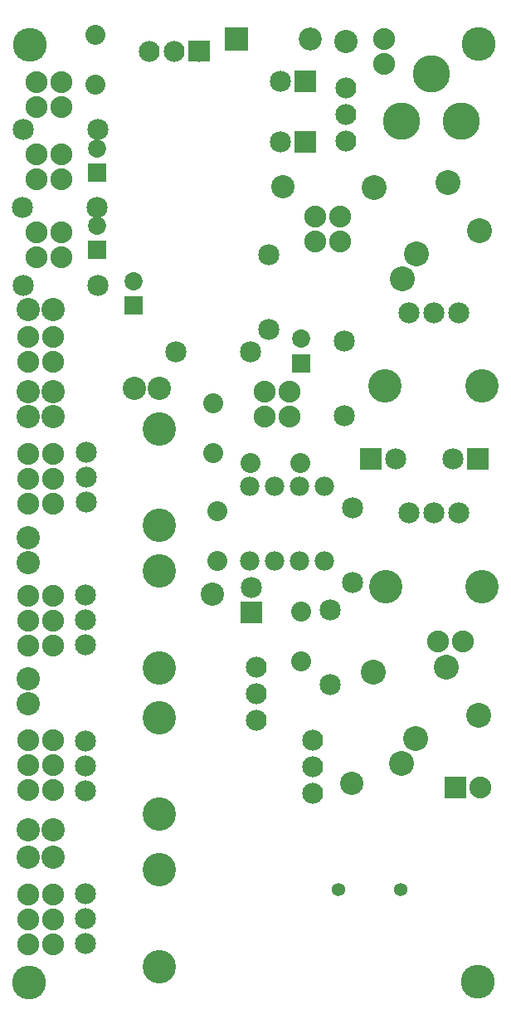
<source format=gbs>
G04 MADE WITH FRITZING*
G04 WWW.FRITZING.ORG*
G04 DOUBLE SIDED*
G04 HOLES PLATED*
G04 CONTOUR ON CENTER OF CONTOUR VECTOR*
%ASAXBY*%
%FSLAX23Y23*%
%MOIN*%
%OFA0B0*%
%SFA1.0B1.0*%
%ADD10C,0.053622*%
%ADD11C,0.078000*%
%ADD12C,0.088000*%
%ADD13C,0.080000*%
%ADD14C,0.085000*%
%ADD15C,0.084000*%
%ADD16C,0.092000*%
%ADD17C,0.150000*%
%ADD18C,0.135984*%
%ADD19C,0.093307*%
%ADD20C,0.072992*%
%ADD21C,0.084667*%
%ADD22C,0.084695*%
%ADD23C,0.134033*%
%ADD24C,0.100020*%
%ADD25R,0.088000X0.088000*%
%ADD26R,0.085000X0.085000*%
%ADD27R,0.092000X0.092000*%
%ADD28R,0.072992X0.072992*%
%ADD29R,0.001000X0.001000*%
%LNMASK0*%
G90*
G70*
G54D10*
X1320Y455D03*
X1570Y455D03*
G54D11*
X1261Y2075D03*
X1161Y2075D03*
X1061Y2075D03*
X961Y2075D03*
X961Y1775D03*
X1061Y1775D03*
X1161Y1775D03*
X1261Y1775D03*
G54D12*
X1789Y863D03*
X1889Y863D03*
G54D13*
X814Y2409D03*
X814Y2209D03*
X1168Y1572D03*
X1168Y1372D03*
X966Y2166D03*
X1166Y2166D03*
X832Y1774D03*
X832Y1974D03*
X341Y3689D03*
X341Y3889D03*
G54D14*
X968Y1569D03*
X968Y1669D03*
X1880Y2184D03*
X1780Y2184D03*
X1450Y2183D03*
X1550Y2183D03*
X1184Y3459D03*
X1084Y3459D03*
G54D15*
X758Y3821D03*
X658Y3821D03*
X558Y3821D03*
G54D14*
X1184Y3702D03*
X1084Y3702D03*
G54D16*
X908Y3872D03*
X1206Y3872D03*
G54D17*
X1573Y3542D03*
X1813Y3542D03*
X1693Y3732D03*
G54D18*
X76Y80D03*
X79Y3847D03*
X1879Y83D03*
X1881Y3850D03*
G54D12*
X1503Y3771D03*
X1503Y3771D03*
X1503Y3871D03*
X206Y3408D03*
X106Y3408D03*
X206Y3408D03*
X106Y3408D03*
X106Y3308D03*
X206Y3308D03*
G54D19*
X1350Y3861D03*
X1095Y3276D03*
X813Y1641D03*
X1371Y881D03*
X599Y2469D03*
X499Y2469D03*
X171Y2784D03*
X71Y2784D03*
G54D12*
X1123Y2454D03*
X1023Y2454D03*
X1123Y2454D03*
X1023Y2454D03*
X1023Y2354D03*
X1123Y2354D03*
X171Y2673D03*
X71Y2673D03*
X171Y2673D03*
X71Y2673D03*
X71Y2573D03*
X171Y2573D03*
G54D19*
X71Y1200D03*
X71Y1300D03*
X71Y693D03*
X171Y693D03*
X71Y585D03*
X171Y585D03*
X71Y1766D03*
X71Y1866D03*
G54D12*
X1817Y1450D03*
X1817Y1450D03*
X1717Y1450D03*
X1324Y3158D03*
X1224Y3158D03*
X1324Y3158D03*
X1224Y3158D03*
X1224Y3058D03*
X1324Y3058D03*
X206Y3095D03*
X106Y3095D03*
X206Y3095D03*
X106Y3095D03*
X106Y2995D03*
X206Y2995D03*
X206Y3697D03*
X106Y3697D03*
X206Y3697D03*
X106Y3697D03*
X106Y3597D03*
X206Y3597D03*
G54D15*
X988Y1135D03*
X988Y1242D03*
X988Y1349D03*
X1216Y840D03*
X1216Y947D03*
X1216Y1054D03*
X1350Y3461D03*
X1350Y3568D03*
X1350Y3675D03*
G54D14*
X1341Y2356D03*
X1341Y2656D03*
X1040Y2705D03*
X1040Y3005D03*
G54D20*
X1169Y2568D03*
X1169Y2667D03*
X496Y2800D03*
X496Y2898D03*
X348Y3024D03*
X348Y3122D03*
X348Y3334D03*
X348Y3432D03*
G54D12*
X171Y233D03*
X171Y333D03*
X171Y433D03*
X171Y233D03*
X171Y333D03*
X171Y433D03*
X71Y433D03*
X71Y333D03*
X71Y233D03*
G54D19*
X171Y2453D03*
X71Y2453D03*
X171Y2453D03*
X71Y2453D03*
X71Y2353D03*
X171Y2353D03*
G54D12*
X171Y855D03*
X171Y955D03*
X171Y1055D03*
X171Y855D03*
X171Y955D03*
X171Y1055D03*
X71Y1055D03*
X71Y955D03*
X71Y855D03*
X171Y1434D03*
X171Y1534D03*
X171Y1634D03*
X171Y1434D03*
X171Y1534D03*
X171Y1634D03*
X71Y1634D03*
X71Y1534D03*
X71Y1434D03*
X171Y2004D03*
X171Y2104D03*
X171Y2204D03*
X171Y2004D03*
X171Y2104D03*
X171Y2204D03*
X71Y2204D03*
X71Y2104D03*
X71Y2004D03*
G54D21*
X303Y439D03*
X303Y339D03*
G54D22*
X303Y239D03*
G54D23*
X598Y533D03*
X598Y144D03*
G54D21*
X303Y1050D03*
X303Y950D03*
G54D22*
X303Y850D03*
G54D23*
X598Y1144D03*
X598Y756D03*
G54D21*
X1802Y1966D03*
X1702Y1966D03*
G54D22*
X1602Y1966D03*
G54D23*
X1896Y1671D03*
X1508Y1671D03*
G54D21*
X1801Y2772D03*
X1701Y2772D03*
G54D22*
X1601Y2772D03*
G54D23*
X1895Y2477D03*
X1506Y2477D03*
G54D21*
X303Y1639D03*
X303Y1539D03*
G54D22*
X303Y1439D03*
G54D23*
X598Y1733D03*
X598Y1344D03*
G54D21*
X304Y2210D03*
X304Y2110D03*
G54D22*
X304Y2010D03*
G54D23*
X600Y2305D03*
X600Y1916D03*
G54D24*
X1572Y962D03*
X1627Y1061D03*
X1458Y1327D03*
X1753Y1347D03*
X1881Y1155D03*
X1576Y2908D03*
X1631Y3007D03*
X1462Y3273D03*
X1757Y3293D03*
X1885Y3101D03*
G54D14*
X964Y2613D03*
X664Y2613D03*
X352Y2880D03*
X52Y2880D03*
X350Y3193D03*
X50Y3193D03*
X352Y3506D03*
X52Y3506D03*
X1284Y1577D03*
X1284Y1277D03*
X1376Y1688D03*
X1376Y1988D03*
G54D25*
X1789Y863D03*
G54D26*
X968Y1569D03*
X1880Y2184D03*
X1450Y2183D03*
X1184Y3459D03*
X1184Y3702D03*
G54D27*
X907Y3872D03*
G54D28*
X1169Y2568D03*
X496Y2800D03*
X348Y3024D03*
X348Y3334D03*
G54D29*
X717Y3863D02*
X800Y3863D01*
X717Y3862D02*
X800Y3862D01*
X717Y3861D02*
X800Y3861D01*
X717Y3860D02*
X800Y3860D01*
X717Y3859D02*
X800Y3859D01*
X717Y3858D02*
X800Y3858D01*
X717Y3857D02*
X800Y3857D01*
X717Y3856D02*
X800Y3856D01*
X717Y3855D02*
X800Y3855D01*
X717Y3854D02*
X800Y3854D01*
X717Y3853D02*
X800Y3853D01*
X717Y3852D02*
X800Y3852D01*
X717Y3851D02*
X800Y3851D01*
X717Y3850D02*
X800Y3850D01*
X717Y3849D02*
X800Y3849D01*
X717Y3848D02*
X800Y3848D01*
X717Y3847D02*
X800Y3847D01*
X717Y3846D02*
X800Y3846D01*
X717Y3845D02*
X800Y3845D01*
X717Y3844D02*
X800Y3844D01*
X717Y3843D02*
X800Y3843D01*
X717Y3842D02*
X800Y3842D01*
X717Y3841D02*
X800Y3841D01*
X717Y3840D02*
X800Y3840D01*
X717Y3839D02*
X800Y3839D01*
X717Y3838D02*
X800Y3838D01*
X717Y3837D02*
X800Y3837D01*
X717Y3836D02*
X754Y3836D01*
X762Y3836D02*
X800Y3836D01*
X717Y3835D02*
X751Y3835D01*
X765Y3835D02*
X800Y3835D01*
X717Y3834D02*
X749Y3834D01*
X767Y3834D02*
X800Y3834D01*
X717Y3833D02*
X748Y3833D01*
X768Y3833D02*
X800Y3833D01*
X717Y3832D02*
X747Y3832D01*
X769Y3832D02*
X800Y3832D01*
X717Y3831D02*
X746Y3831D01*
X770Y3831D02*
X800Y3831D01*
X717Y3830D02*
X745Y3830D01*
X771Y3830D02*
X800Y3830D01*
X717Y3829D02*
X745Y3829D01*
X771Y3829D02*
X800Y3829D01*
X717Y3828D02*
X744Y3828D01*
X772Y3828D02*
X800Y3828D01*
X717Y3827D02*
X744Y3827D01*
X772Y3827D02*
X800Y3827D01*
X717Y3826D02*
X743Y3826D01*
X773Y3826D02*
X800Y3826D01*
X717Y3825D02*
X743Y3825D01*
X773Y3825D02*
X800Y3825D01*
X717Y3824D02*
X743Y3824D01*
X773Y3824D02*
X800Y3824D01*
X717Y3823D02*
X743Y3823D01*
X773Y3823D02*
X800Y3823D01*
X717Y3822D02*
X743Y3822D01*
X773Y3822D02*
X800Y3822D01*
X717Y3821D02*
X743Y3821D01*
X773Y3821D02*
X800Y3821D01*
X717Y3820D02*
X743Y3820D01*
X773Y3820D02*
X800Y3820D01*
X717Y3819D02*
X743Y3819D01*
X773Y3819D02*
X800Y3819D01*
X717Y3818D02*
X743Y3818D01*
X773Y3818D02*
X800Y3818D01*
X717Y3817D02*
X744Y3817D01*
X772Y3817D02*
X800Y3817D01*
X717Y3816D02*
X744Y3816D01*
X772Y3816D02*
X800Y3816D01*
X717Y3815D02*
X745Y3815D01*
X772Y3815D02*
X800Y3815D01*
X717Y3814D02*
X745Y3814D01*
X771Y3814D02*
X800Y3814D01*
X717Y3813D02*
X746Y3813D01*
X770Y3813D02*
X800Y3813D01*
X717Y3812D02*
X747Y3812D01*
X769Y3812D02*
X800Y3812D01*
X717Y3811D02*
X748Y3811D01*
X768Y3811D02*
X800Y3811D01*
X717Y3810D02*
X749Y3810D01*
X767Y3810D02*
X800Y3810D01*
X717Y3809D02*
X750Y3809D01*
X766Y3809D02*
X800Y3809D01*
X717Y3808D02*
X753Y3808D01*
X764Y3808D02*
X800Y3808D01*
X717Y3807D02*
X800Y3807D01*
X717Y3806D02*
X800Y3806D01*
X717Y3805D02*
X800Y3805D01*
X717Y3804D02*
X800Y3804D01*
X717Y3803D02*
X800Y3803D01*
X717Y3802D02*
X800Y3802D01*
X717Y3801D02*
X800Y3801D01*
X717Y3800D02*
X800Y3800D01*
X717Y3799D02*
X800Y3799D01*
X717Y3798D02*
X800Y3798D01*
X717Y3797D02*
X800Y3797D01*
X717Y3796D02*
X800Y3796D01*
X717Y3795D02*
X800Y3795D01*
X717Y3794D02*
X800Y3794D01*
X717Y3793D02*
X800Y3793D01*
X717Y3792D02*
X800Y3792D01*
X717Y3791D02*
X800Y3791D01*
X717Y3790D02*
X800Y3790D01*
X717Y3789D02*
X800Y3789D01*
X717Y3788D02*
X800Y3788D01*
X717Y3787D02*
X800Y3787D01*
X717Y3786D02*
X800Y3786D01*
X717Y3785D02*
X800Y3785D01*
X717Y3784D02*
X800Y3784D01*
X717Y3783D02*
X800Y3783D01*
X717Y3782D02*
X800Y3782D01*
X717Y3781D02*
X800Y3781D01*
X717Y3780D02*
X799Y3780D01*
D02*
G04 End of Mask0*
M02*
</source>
